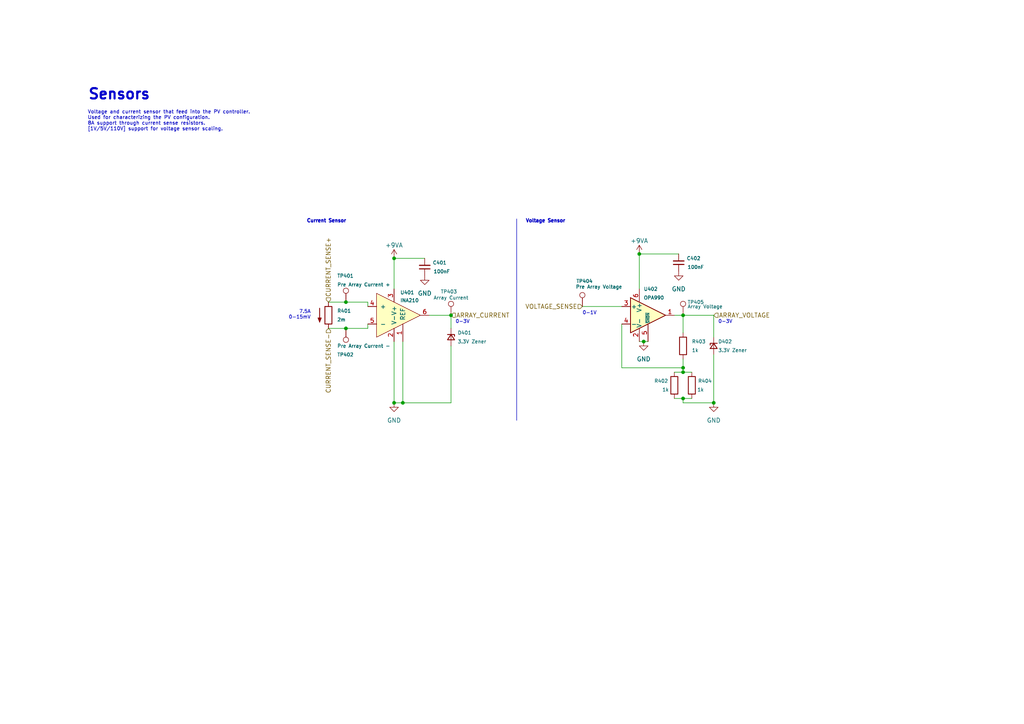
<source format=kicad_sch>
(kicad_sch (version 20230121) (generator eeschema)
  (paper "A4")
  (title_block (title "Curve Tracer") (date "2022-06-05") (rev "1.3.0") (company "Longhorn Racing Solar") (comment 1 "Matthew Yu") (comment 2 "Gary Hallock"))
  (lib_symbols
    (symbol "+9VA_1" (power) (pin_names (offset 0))
      (property "Value" "+9VA_1" (at 0 3.81 0))
      (symbol "+9VA_1_0_1"
        (polyline (pts (xy -0.762 1.27) (xy 0 2.54)))
        (polyline (pts (xy 0 0) (xy 0 2.54)))
        (polyline (pts (xy 0 2.54) (xy 0.762 1.27)))
      )
      (symbol "+9VA_1_1_1"
        (pin power_in line (at 0 0 90) (length 0) hide (name "+9VA") (number "1"))
      )
    )
    (symbol "+9VA_2" (power) (pin_names (offset 0))
      (property "Value" "+9VA_2" (at 0 3.81 0))
      (symbol "+9VA_2_0_1"
        (polyline (pts (xy -0.762 1.27) (xy 0 2.54)))
        (polyline (pts (xy 0 0) (xy 0 2.54)))
        (polyline (pts (xy 0 2.54) (xy 0.762 1.27)))
      )
      (symbol "+9VA_2_1_1"
        (pin power_in line (at 0 0 90) (length 0) hide (name "+9VA") (number "1"))
      )
    )
    (symbol "Amplifier_Operational:MAX4238AUT" (pin_names (offset 0.127))
      (property "Reference" "U" (at 0 6.35 0))
      (property "Value" "MAX4238AUT" (at 0 3.81 0))
      (symbol "MAX4238AUT_0_1"
        (polyline (pts (xy -5.08 5.08) (xy 5.08 0) (xy -5.08 -5.08) (xy -5.08 5.08)) (stroke (width 0.254)) (fill (type background)))
      )
      (symbol "MAX4238AUT_1_1"
        (pin output line (at 7.62 0 180) (length 2.54) (name "~") (number "1"))
        (pin power_in line (at -2.54 -7.62 90) (length 3.81) (name "V-") (number "2"))
        (pin input line (at -7.62 2.54 0) (length 2.54) (name "+") (number "3"))
        (pin input line (at -7.62 -2.54 0) (length 2.54) (name "-") (number "4"))
        (pin input line (at 0 -7.62 90) (length 5.08) (name "~{SHDN}") (number "5"))
        (pin power_in line (at -2.54 7.62 270) (length 3.81) (name "V+") (number "6"))
      )
    )
    (symbol "Array:OP_AMP_INA21x" (pin_names (offset 1.016))
      (property "Reference" "U" (at 5.08 -5.08 0))
      (property "Value" "OP_AMP_INA21x" (at 1.27 5.08 0))
      (symbol "OP_AMP_INA21x_0_1"
        (polyline (pts (xy -5.08 6.35) (xy 7.62 0) (xy -5.08 -6.35) (xy -5.08 6.35)) (fill (type background)))
      )
      (symbol "OP_AMP_INA21x_1_1"
        (pin input line (at 2.54 -7.62 90) (length 5.08) (name "REF") (number "1"))
        (pin power_in line (at 0 -7.62 90) (length 3.81) (name "V-") (number "2"))
        (pin power_in line (at 0 7.62 270) (length 3.81) (name "V+") (number "3"))
        (pin input line (at -7.62 2.54 0) (length 2.54) (name "+") (number "4"))
        (pin input line (at -7.62 -2.54 0) (length 2.54) (name "-") (number "5"))
        (pin output line (at 10.16 0 180) (length 2.54) (name "~") (number "6"))
      )
    )
    (symbol "Connector:TestPoint" (pin_numbers hide) (pin_names (offset 0.762) hide)
      (property "Reference" "TP" (at 0 6.858 0))
      (property "Value" "TestPoint" (at 0 5.08 0))
      (symbol "TestPoint_0_1"
        (circle (center 0 3.302) (radius 0.762))
      )
      (symbol "TestPoint_1_1"
        (pin passive line (at 0 0 90) (length 2.54) (name "1") (number "1"))
      )
    )
    (symbol "Device:C_Small" (pin_numbers hide) (pin_names (offset 0.254) hide)
      (property "Reference" "C" (at 0.254 1.778 0))
      (property "Value" "C_Small" (at 0.254 -2.032 0))
      (symbol "C_Small_0_1"
        (polyline (pts (xy -1.524 -0.508) (xy 1.524 -0.508)) (stroke (width 0.3302)))
        (polyline (pts (xy -1.524 0.508) (xy 1.524 0.508)) (stroke (width 0.3048)))
      )
      (symbol "C_Small_1_1"
        (pin passive line (at 0 2.54 270) (length 2.032) (name "~") (number "1"))
        (pin passive line (at 0 -2.54 90) (length 2.032) (name "~") (number "2"))
      )
    )
    (symbol "Device:D_Zener_Small" (pin_numbers hide) (pin_names (offset 0.254) hide)
      (property "Reference" "D" (at 0 2.286 0))
      (property "Value" "D_Zener_Small" (at 0 -2.286 0))
      (symbol "D_Zener_Small_0_1"
        (polyline (pts (xy 0.762 0) (xy -0.762 0)))
        (polyline (pts (xy -0.254 1.016) (xy -0.762 1.016) (xy -0.762 -1.016)) (stroke (width 0.254)))
        (polyline (pts (xy 0.762 1.016) (xy -0.762 0) (xy 0.762 -1.016) (xy 0.762 1.016)) (stroke (width 0.254)))
      )
      (symbol "D_Zener_Small_1_1"
        (pin passive line (at -2.54 0 0) (length 1.778) (name "K") (number "1"))
        (pin passive line (at 2.54 0 180) (length 1.778) (name "A") (number "2"))
      )
    )
    (symbol "Device:R" (pin_numbers hide) (pin_names (offset 0))
      (property "Reference" "R" (at 2.032 0 90))
      (property "Value" "R" (at 0 0 90))
      (symbol "R_0_1"
        (rectangle (start -1.016 -2.54) (end 1.016 2.54) (stroke (width 0.254)))
      )
      (symbol "R_1_1"
        (pin passive line (at 0 3.81 270) (length 1.27) (name "~") (number "1"))
        (pin passive line (at 0 -3.81 90) (length 1.27) (name "~") (number "2"))
      )
    )
    (symbol "GND_2" (power) (pin_names (offset 0))
      (property "Value" "GND_2" (at 0 -3.81 0))
      (symbol "GND_2_0_1"
        (polyline (pts (xy 0 0) (xy 0 -1.27) (xy 1.27 -1.27) (xy 0 -2.54) (xy -1.27 -1.27) (xy 0 -1.27)))
      )
      (symbol "GND_2_1_1"
        (pin power_in line (at 0 0 270) (length 0) hide (name "GND") (number "1"))
      )
    )
    (symbol "Graphic:SYM_Arrow_Small" (in_bom no) (on_board no)
      (symbol "SYM_Arrow_Small_0_1"
        (polyline (pts (xy 1.524 0) (xy -2.032 0)) (stroke (width 0.254)))
        (polyline (pts (xy 2.032 0) (xy 0.762 -0.508) (xy 0.762 0.508) (xy 2.032 0)) (fill (type outline)))
      )
    )
  )
  (junction (at 100.33 95.25))
  (junction (at 198.12 115.57))
  (junction (at 198.12 107.95))
  (junction (at 100.33 87.63))
  (junction (at 185.42 73.66))
  (junction (at 114.3 116.84))
  (junction (at 207.01 116.84))
  (junction (at 198.12 106.68))
  (junction (at 114.3 74.93))
  (junction (at 186.69 99.06))
  (junction (at 130.81 91.44))
  (junction (at 198.12 91.44))
  (junction (at 116.84 116.84))
  (wire (pts (xy 207.01 91.44) (xy 207.01 97.79)))
  (wire (pts (xy 114.3 99.06) (xy 114.3 116.84)))
  (wire (pts (xy 185.42 73.66) (xy 185.42 83.82)))
  (wire (pts (xy 198.12 106.68) (xy 198.12 107.95)))
  (wire (pts (xy 195.58 107.95) (xy 198.12 107.95)))
  (wire (pts (xy 100.33 95.25) (xy 95.25 95.25)))
  (wire (pts (xy 198.12 115.57) (xy 198.12 116.84)))
  (wire (pts (xy 198.12 107.95) (xy 200.66 107.95)))
  (wire (pts (xy 114.3 74.93) (xy 114.3 83.82)))
  (wire (pts (xy 130.81 100.33) (xy 130.81 116.84)))
  (wire (pts (xy 106.68 93.98) (xy 106.68 95.25)))
  (wire (pts (xy 186.69 99.06) (xy 187.96 99.06)))
  (wire (pts (xy 196.85 73.66) (xy 185.42 73.66)))
  (wire (pts (xy 185.42 99.06) (xy 186.69 99.06)))
  (wire (pts (xy 198.12 91.44) (xy 195.58 91.44)))
  (wire (pts (xy 198.12 96.52) (xy 198.12 91.44)))
  (wire (pts (xy 207.01 102.87) (xy 207.01 116.84)))
  (wire (pts (xy 198.12 104.14) (xy 198.12 106.68)))
  (wire (pts (xy 198.12 116.84) (xy 207.01 116.84)))
  (wire (pts (xy 106.68 87.63) (xy 100.33 87.63)))
  (wire (pts (xy 198.12 91.44) (xy 207.01 91.44)))
  (wire (pts (xy 195.58 115.57) (xy 198.12 115.57)))
  (wire (pts (xy 124.46 91.44) (xy 130.81 91.44)))
  (wire (pts (xy 106.68 88.9) (xy 106.68 87.63)))
  (wire (pts (xy 114.3 116.84) (xy 116.84 116.84)))
  (wire (pts (xy 130.81 91.44) (xy 130.81 95.25)))
  (wire (pts (xy 116.84 99.06) (xy 116.84 116.84)))
  (wire (pts (xy 180.34 106.68) (xy 198.12 106.68)))
  (wire (pts (xy 100.33 87.63) (xy 95.25 87.63)))
  (wire (pts (xy 168.91 88.9) (xy 180.34 88.9)))
  (wire (pts (xy 180.34 93.98) (xy 180.34 106.68)))
  (wire (pts (xy 114.3 74.93) (xy 123.19 74.93)))
  (polyline (pts (xy 149.86 63.5) (xy 149.86 121.92)))
  (wire (pts (xy 198.12 115.57) (xy 200.66 115.57)))
  (wire (pts (xy 116.84 116.84) (xy 130.81 116.84)))
  (wire (pts (xy 106.68 95.25) (xy 100.33 95.25)))
  (text "0-3V" (at 132.08 93.98 0) (effects (font (size 1 1)) (justify left bottom)))
  (text "Sensors" (at 25.4 29.21 0) (effects (font (size 3 3) (thickness 0.6096) bold) (justify left bottom)))
  (text "Voltage and current sensor that feed into the PV controller.\nUsed for characterizing the PV configuration.\n8A support through current sense resistors.\n[1V/5V/110V] support for voltage sensor scaling." (at 25.4 38.1 0) (effects (font (size 1.016 1.016)) (justify left bottom)))
  (text "Voltage Sensor" (at 152.4 64.77 0) (effects (font (size 1 1) (thickness 0.6096) bold) (justify left bottom)))
  (text "0-1V" (at 168.91 91.44 0) (effects (font (size 1 1)) (justify left bottom)))
  (text "7.5A\n0-15mV" (at 90.17 92.71 0) (effects (font (size 1 1)) (justify right bottom)))
  (text "0-3V" (at 208.28 93.98 0) (effects (font (size 1 1)) (justify left bottom)))
  (text "Current Sensor" (at 88.9 64.77 0) (effects (font (size 1 1) (thickness 0.6096) bold) (justify left bottom)))
  (hierarchical_label "ARRAY_VOLTAGE" (shape input) (at 207.01 91.44 0))
  (hierarchical_label "CURRENT_SENSE+" (shape input) (at 95.25 87.63 90))
  (hierarchical_label "CURRENT_SENSE-" (shape input) (at 95.25 95.25 270))
  (hierarchical_label "ARRAY_CURRENT" (shape input) (at 130.81 91.44 0))
  (hierarchical_label "VOLTAGE_SENSE" (shape input) (at 168.91 88.9 180))
  (symbol (lib_id "Device:D_Zener_Small") (at 130.81 97.79 270) (unit 1)
    (property "Reference" "D401" (at 132.715 96.52 90) (effects (font (size 1 1)) (justify left)))
    (property "Value" "3.3V Zener" (at 132.715 99.06 90) (effects (font (size 1 1)) (justify left)))
    (property "Footprint" "Diode_SMD:D_MiniMELF" (effects hide))
    (property "Datasheet" "https://datasheet.lcsc.com/lcsc/1811142211_ST-Semtech-ZMM3V3-M_C8056.pdf" (effects hide))
    (property "Distributor" "JLCPCB" (effects hide))
    (property "Manufacturer" "ST(Semtech)" (effects hide))
    (property "Cost" "0.0108" (effects hide))
    (property "LCSC Part #" "C8056" (effects hide))
    (property "P/N" "ZMM3V3-M" (effects hide))
  )
  (symbol (lib_id "Amplifier_Operational:MAX4238AUT") (at 187.96 91.44 0) (unit 1)
    (property "Reference" "U402" (at 186.69 83.82 0) (effects (font (size 1 1)) (justify left)))
    (property "Value" "OPA990" (at 186.69 86.36 0) (effects (font (size 1 1)) (justify left)))
    (property "Footprint" "Package_TO_SOT_SMD:SOT-23-6" (effects hide))
    (property "Datasheet" "https://www.ti.com/general/docs/suppproductinfo.tsp?distId=26&gotoUrl=https://www.ti.com/lit/gpn/opa990" (effects hide))
    (property "Distributor" "Mouser" (effects hide))
    (property "Manufacturer" "Texas Instruments" (effects hide))
    (property "Cost" "1.31" (effects hide))
    (property "P/N" "OPA990SIDBVR" (effects hide))
  )
  (symbol (lib_name "+9VA_2") (lib_id "power:+9VA") (at 185.42 73.66 0) (unit 1)
    (property "Reference" "#PWR0414" (effects hide))
    (property "Value" "+9VA" (at 185.42 69.85 0))
  )
  (symbol (lib_name "GND_2") (lib_id "power:GND") (at 123.19 80.01 0) (unit 1)
    (property "Reference" "#PWR0301" (effects hide))
    (property "Value" "GND" (at 123.19 85.09 0))
    (instances (project "IV Curve Tracer" (path "" (reference "#PWR0301") (unit 1)) (path "" (reference "#PWR0409") (unit 1))))
  )
  (symbol (lib_id "Device:R") (at 95.25 91.44 180) (unit 1)
    (property "Reference" "R401" (at 97.79 90.17 0) (effects (font (size 1 1)) (justify right)))
    (property "Value" "2m" (at 97.79 92.71 0) (effects (font (size 1 1)) (justify right)))
    (property "Footprint" "Resistor_SMD:R_1206_3216Metric" (effects hide))
    (property "Datasheet" "https://www.mouser.com/datasheet/2/348/ROHM_S_A0011096104_1-2563399.pdf" (effects hide))
    (property "Distributor" "Mouser" (effects hide))
    (property "Manufacturer" "ROHM Semiconductor" (effects hide))
    (property "Cost" "0.73" (effects hide))
    (property "P/N" "PMR18EZPFV2L00" (effects hide))
  )
  (symbol (lib_id "Connector:TestPoint") (at 198.12 91.44 0) (unit 1)
    (property "Reference" "TP405" (at 199.39 87.63 0) (effects (font (size 1 1)) (justify left)))
    (property "Value" "Array Voltage" (at 199.39 88.9 0) (effects (font (size 1 1)) (justify left)))
    (property "Footprint" "TestPoint:TestPoint_Pad_1.0x1.0mm" (effects hide))
  )
  (symbol (lib_id "Connector:TestPoint") (at 130.81 91.44 0) (unit 1)
    (property "Reference" "TP403" (at 132.588 84.582 0) (effects (font (size 1 1)) (justify right)))
    (property "Value" "Array Current" (at 135.89 86.36 0) (effects (font (size 1 1)) (justify right)))
    (property "Footprint" "TestPoint:TestPoint_Pad_1.0x1.0mm" (effects hide))
  )
  (symbol (lib_name "+9VA_1") (lib_id "power:+9VA") (at 114.3 74.93 0) (unit 1)
    (property "Reference" "#PWR0408" (effects hide))
    (property "Value" "+9VA" (at 114.3 71.12 0))
  )
  (symbol (lib_id "Device:C_Small") (at 123.19 77.47 180) (unit 1)
    (property "Reference" "C401" (at 129.54 76.2 0) (effects (font (size 1 1)) (justify left)))
    (property "Value" "100nF" (at 125.73 78.74 0) (effects (font (size 1 1)) (justify right)))
    (property "Footprint" "Capacitor_SMD:C_0805_2012Metric" (effects hide))
    (property "Datasheet" "https://datasheet.lcsc.com/lcsc/1810191216_Samsung-Electro-Mechanics-CL21B104KCFNNNE_C28233.pdf" (effects hide))
    (property "Distributor" "JLCPCB" (effects hide))
    (property "Manufacturer" "Samsung Electro-Mechanics" (effects hide))
    (property "Cost" "0.0078" (effects hide))
    (property "LCSC Part #" "C28233" (effects hide))
    (property "P/N" "CL21B104KCFNNNE" (effects hide))
  )
  (symbol (lib_name "GND_2") (lib_id "power:GND") (at 114.3 116.84 0) (unit 1)
    (property "Reference" "#PWR0301" (effects hide))
    (property "Value" "GND" (at 114.3 121.92 0))
    (instances (project "IV Curve Tracer" (path "" (reference "#PWR0301") (unit 1)) (path "" (reference "#PWR0410") (unit 1))))
  )
  (symbol (lib_name "GND_2") (lib_id "power:GND") (at 186.69 99.06 0) (unit 1)
    (property "Reference" "#PWR0301" (effects hide))
    (property "Value" "GND" (at 186.69 104.14 0))
    (instances (project "IV Curve Tracer" (path "" (reference "#PWR0301") (unit 1)) (path "" (reference "#PWR0412") (unit 1))))
  )
  (symbol (lib_id "Device:R") (at 200.66 111.76 0) (unit 1)
    (property "Reference" "R404" (at 204.47 110.49 0) (effects (font (size 1 1))))
    (property "Value" "1k" (at 203.2 113.03 0) (effects (font (size 1 1))))
    (property "Footprint" "Resistor_SMD:R_0805_2012Metric" (effects hide))
    (property "Datasheet" "https://datasheet.lcsc.com/lcsc/2205311800_UNI-ROYAL-Uniroyal-Elec-0805W8F1001T5E_C17513.pdf" (effects hide))
    (property "Distributor" "JLCPCB" (effects hide))
    (property "Manufacturer" "UNI-ROYAL(Uniroyal Elec)" (effects hide))
    (property "Cost" "0.0021" (effects hide))
    (property "LCSC Part #" "C17513" (effects hide))
    (property "P/N" "0805W8F1001T5E" (effects hide))
  )
  (symbol (lib_name "GND_2") (lib_id "power:GND") (at 207.01 116.84 0) (unit 1)
    (property "Reference" "#PWR0301" (effects hide))
    (property "Value" "GND" (at 207.01 121.92 0))
    (instances (project "IV Curve Tracer" (path "" (reference "#PWR0301") (unit 1)) (path "" (reference "#PWR0413") (unit 1))))
  )
  (symbol (lib_id "Device:C_Small") (at 196.85 76.2 180) (unit 1)
    (property "Reference" "C402" (at 203.2 74.93 0) (effects (font (size 1 1)) (justify left)))
    (property "Value" "100nF" (at 199.39 77.47 0) (effects (font (size 1 1)) (justify right)))
    (property "Footprint" "Capacitor_SMD:C_0805_2012Metric" (effects hide))
    (property "Datasheet" "https://datasheet.lcsc.com/lcsc/1810191216_Samsung-Electro-Mechanics-CL21B104KCFNNNE_C28233.pdf" (effects hide))
    (property "Distributor" "JLCPCB" (effects hide))
    (property "Manufacturer" "Samsung Electro-Mechanics" (effects hide))
    (property "Cost" "0.0078" (effects hide))
    (property "LCSC Part #" "C28233" (effects hide))
    (property "P/N" "CL21B104KCFNNNE" (effects hide))
  )
  (symbol (lib_id "Array:OP_AMP_INA21x") (at 114.3 91.44 0) (unit 1)
    (property "Reference" "U401" (at 116.078 84.836 0) (effects (font (size 1 1)) (justify left)))
    (property "Value" "INA210" (at 116.078 87.122 0) (effects (font (size 1 1)) (justify left)))
    (property "Footprint" "Package_TO_SOT_SMD:SOT-363_SC-70-6_Handsoldering" (effects hide))
    (property "Datasheet" "https://www.ti.com/lit/gpn/INA210" (effects hide))
    (property "Distributor" "Mouser" (effects hide))
    (property "Manufacturer" "Texas Instruments" (effects hide))
    (property "Cost" "1.04" (effects hide))
    (property "P/N" "INA210AIDCKT" (effects hide))
  )
  (symbol (lib_id "Device:R") (at 195.58 111.76 0) (unit 1)
    (property "Reference" "R402" (at 191.77 110.49 0) (effects (font (size 1 1))))
    (property "Value" "1k" (at 193.04 113.03 0) (effects (font (size 1 1))))
    (property "Footprint" "Resistor_SMD:R_0805_2012Metric" (effects hide))
    (property "Datasheet" "https://datasheet.lcsc.com/lcsc/2205311800_UNI-ROYAL-Uniroyal-Elec-0805W8F1001T5E_C17513.pdf" (effects hide))
    (property "Distributor" "JLCPCB" (effects hide))
    (property "Manufacturer" "UNI-ROYAL(Uniroyal Elec)" (effects hide))
    (property "Cost" "0.0021" (effects hide))
    (property "LCSC Part #" "C17513" (effects hide))
    (property "P/N" "0805W8F1001T5E" (effects hide))
  )
  (symbol (lib_id "Graphic:SYM_Arrow_Small") (at 92.71 91.44 270) (unit 1) (in_bom no) (on_board no)
    (property "Reference" "#SYM401" (effects hide))
    (property "Value" "SYM_Arrow_Small" (effects hide))
    (property "Sim.Enable" "0" (effects hide))
  )
  (symbol (lib_id "Connector:TestPoint") (at 168.91 88.9 0) (unit 1)
    (property "Reference" "TP404" (at 167.132 81.534 0) (effects (font (size 1 1)) (justify left)))
    (property "Value" "Pre Array Voltage" (at 167.005 83.185 0) (effects (font (size 1 1)) (justify left)))
    (property "Footprint" "TestPoint:TestPoint_Pad_1.0x1.0mm" (effects hide))
  )
  (symbol (lib_id "Device:D_Zener_Small") (at 207.01 100.33 90) (mirror x) (unit 1)
    (property "Reference" "D402" (at 208.28 99.06 90) (effects (font (size 1 1)) (justify right)))
    (property "Value" "3.3V Zener" (at 208.28 101.6 90) (effects (font (size 1 1)) (justify right)))
    (property "Footprint" "Diode_SMD:D_MiniMELF" (effects hide))
    (property "Datasheet" "https://datasheet.lcsc.com/lcsc/1811142211_ST-Semtech-ZMM3V3-M_C8056.pdf" (effects hide))
    (property "Distributor" "JLCPCB" (effects hide))
    (property "Manufacturer" "ST(Semtech)" (effects hide))
    (property "Cost" "0.0108" (effects hide))
    (property "LCSC Part #" "C8056" (effects hide))
    (property "P/N" "ZMM3V3-M" (effects hide))
  )
  (symbol (lib_name "GND_2") (lib_id "power:GND") (at 196.85 78.74 0) (unit 1)
    (property "Reference" "#PWR0301" (effects hide))
    (property "Value" "GND" (at 196.85 83.82 0))
    (instances (project "IV Curve Tracer" (path "" (reference "#PWR0301") (unit 1)) (path "" (reference "#PWR0411") (unit 1))))
  )
  (symbol (lib_id "Connector:TestPoint") (at 100.33 87.63 0) (unit 1)
    (property "Reference" "TP401" (at 97.79 80.01 0) (effects (font (size 1 1)) (justify left)))
    (property "Value" "Pre Array Current +" (at 97.79 82.55 0) (effects (font (size 1 1)) (justify left)))
    (property "Footprint" "TestPoint:TestPoint_Pad_1.0x1.0mm" (effects hide))
  )
  (symbol (lib_id "Connector:TestPoint") (at 100.33 95.25 180) (unit 1)
    (property "Reference" "TP402" (at 97.79 102.87 0) (effects (font (size 1 1)) (justify right)))
    (property "Value" "Pre Array Current -" (at 97.79 100.33 0) (effects (font (size 1 1)) (justify right)))
    (property "Footprint" "TestPoint:TestPoint_Pad_1.0x1.0mm" (effects hide))
  )
  (symbol (lib_id "Device:R") (at 198.12 100.33 0) (unit 1)
    (property "Reference" "R403" (at 200.66 99.06 0) (effects (font (size 1 1)) (justify left)))
    (property "Value" "1k" (at 200.66 101.6 0) (effects (font (size 1 1)) (justify left)))
    (property "Footprint" "Resistor_SMD:R_0805_2012Metric" (effects hide))
    (property "Datasheet" "https://datasheet.lcsc.com/lcsc/2205311800_UNI-ROYAL-Uniroyal-Elec-0805W8F1001T5E_C17513.pdf" (effects hide))
    (property "Distributor" "JLCPCB" (effects hide))
    (property "Manufacturer" "UNI-ROYAL(Uniroyal Elec)" (effects hide))
    (property "Cost" "0.0021" (effects hide))
    (property "LCSC Part #" "C17513" (effects hide))
    (property "P/N" "0805W8F1001T5E" (effects hide))
  )
)
</source>
